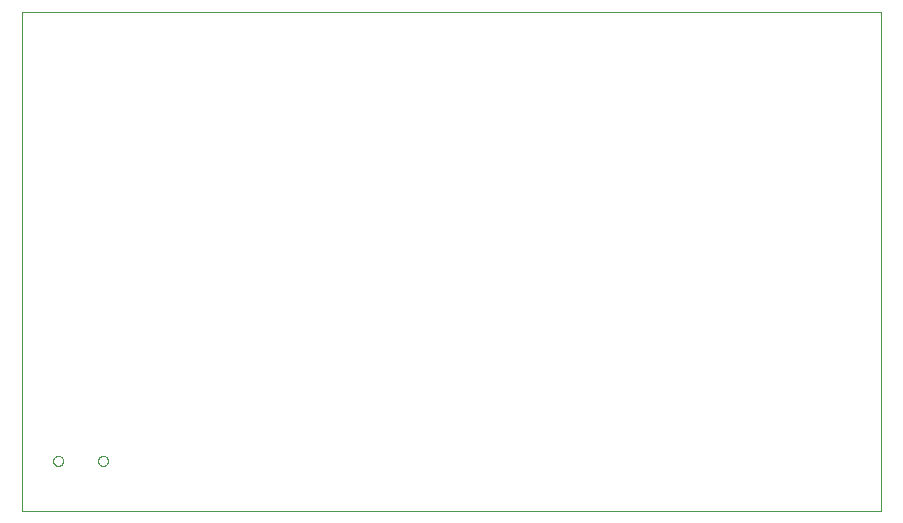
<source format=gbo>
G75*
%MOIN*%
%OFA0B0*%
%FSLAX25Y25*%
%IPPOS*%
%LPD*%
%AMOC8*
5,1,8,0,0,1.08239X$1,22.5*
%
%ADD10C,0.00000*%
D10*
X0036075Y0013472D02*
X0036075Y0179614D01*
X0322689Y0179614D01*
X0322689Y0013472D01*
X0036075Y0013472D01*
X0046607Y0030008D02*
X0046609Y0030089D01*
X0046615Y0030171D01*
X0046625Y0030252D01*
X0046639Y0030332D01*
X0046656Y0030411D01*
X0046678Y0030490D01*
X0046703Y0030567D01*
X0046732Y0030644D01*
X0046765Y0030718D01*
X0046802Y0030791D01*
X0046841Y0030862D01*
X0046885Y0030931D01*
X0046931Y0030998D01*
X0046981Y0031062D01*
X0047034Y0031124D01*
X0047090Y0031184D01*
X0047148Y0031240D01*
X0047210Y0031294D01*
X0047274Y0031345D01*
X0047340Y0031392D01*
X0047408Y0031436D01*
X0047479Y0031477D01*
X0047551Y0031514D01*
X0047626Y0031548D01*
X0047701Y0031578D01*
X0047779Y0031604D01*
X0047857Y0031627D01*
X0047936Y0031645D01*
X0048016Y0031660D01*
X0048097Y0031671D01*
X0048178Y0031678D01*
X0048260Y0031681D01*
X0048341Y0031680D01*
X0048422Y0031675D01*
X0048503Y0031666D01*
X0048584Y0031653D01*
X0048664Y0031636D01*
X0048742Y0031616D01*
X0048820Y0031591D01*
X0048897Y0031563D01*
X0048972Y0031531D01*
X0049045Y0031496D01*
X0049116Y0031457D01*
X0049186Y0031414D01*
X0049253Y0031369D01*
X0049319Y0031320D01*
X0049381Y0031268D01*
X0049441Y0031212D01*
X0049498Y0031154D01*
X0049553Y0031094D01*
X0049604Y0031030D01*
X0049652Y0030965D01*
X0049697Y0030897D01*
X0049739Y0030827D01*
X0049777Y0030755D01*
X0049812Y0030681D01*
X0049843Y0030606D01*
X0049870Y0030529D01*
X0049893Y0030451D01*
X0049913Y0030372D01*
X0049929Y0030292D01*
X0049941Y0030211D01*
X0049949Y0030130D01*
X0049953Y0030049D01*
X0049953Y0029967D01*
X0049949Y0029886D01*
X0049941Y0029805D01*
X0049929Y0029724D01*
X0049913Y0029644D01*
X0049893Y0029565D01*
X0049870Y0029487D01*
X0049843Y0029410D01*
X0049812Y0029335D01*
X0049777Y0029261D01*
X0049739Y0029189D01*
X0049697Y0029119D01*
X0049652Y0029051D01*
X0049604Y0028986D01*
X0049553Y0028922D01*
X0049498Y0028862D01*
X0049441Y0028804D01*
X0049381Y0028748D01*
X0049319Y0028696D01*
X0049253Y0028647D01*
X0049186Y0028602D01*
X0049117Y0028559D01*
X0049045Y0028520D01*
X0048972Y0028485D01*
X0048897Y0028453D01*
X0048820Y0028425D01*
X0048742Y0028400D01*
X0048664Y0028380D01*
X0048584Y0028363D01*
X0048503Y0028350D01*
X0048422Y0028341D01*
X0048341Y0028336D01*
X0048260Y0028335D01*
X0048178Y0028338D01*
X0048097Y0028345D01*
X0048016Y0028356D01*
X0047936Y0028371D01*
X0047857Y0028389D01*
X0047779Y0028412D01*
X0047701Y0028438D01*
X0047626Y0028468D01*
X0047551Y0028502D01*
X0047479Y0028539D01*
X0047408Y0028580D01*
X0047340Y0028624D01*
X0047274Y0028671D01*
X0047210Y0028722D01*
X0047148Y0028776D01*
X0047090Y0028832D01*
X0047034Y0028892D01*
X0046981Y0028954D01*
X0046931Y0029018D01*
X0046885Y0029085D01*
X0046841Y0029154D01*
X0046802Y0029225D01*
X0046765Y0029298D01*
X0046732Y0029372D01*
X0046703Y0029449D01*
X0046678Y0029526D01*
X0046656Y0029605D01*
X0046639Y0029684D01*
X0046625Y0029764D01*
X0046615Y0029845D01*
X0046609Y0029927D01*
X0046607Y0030008D01*
X0061568Y0030008D02*
X0061570Y0030089D01*
X0061576Y0030171D01*
X0061586Y0030252D01*
X0061600Y0030332D01*
X0061617Y0030411D01*
X0061639Y0030490D01*
X0061664Y0030567D01*
X0061693Y0030644D01*
X0061726Y0030718D01*
X0061763Y0030791D01*
X0061802Y0030862D01*
X0061846Y0030931D01*
X0061892Y0030998D01*
X0061942Y0031062D01*
X0061995Y0031124D01*
X0062051Y0031184D01*
X0062109Y0031240D01*
X0062171Y0031294D01*
X0062235Y0031345D01*
X0062301Y0031392D01*
X0062369Y0031436D01*
X0062440Y0031477D01*
X0062512Y0031514D01*
X0062587Y0031548D01*
X0062662Y0031578D01*
X0062740Y0031604D01*
X0062818Y0031627D01*
X0062897Y0031645D01*
X0062977Y0031660D01*
X0063058Y0031671D01*
X0063139Y0031678D01*
X0063221Y0031681D01*
X0063302Y0031680D01*
X0063383Y0031675D01*
X0063464Y0031666D01*
X0063545Y0031653D01*
X0063625Y0031636D01*
X0063703Y0031616D01*
X0063781Y0031591D01*
X0063858Y0031563D01*
X0063933Y0031531D01*
X0064006Y0031496D01*
X0064077Y0031457D01*
X0064147Y0031414D01*
X0064214Y0031369D01*
X0064280Y0031320D01*
X0064342Y0031268D01*
X0064402Y0031212D01*
X0064459Y0031154D01*
X0064514Y0031094D01*
X0064565Y0031030D01*
X0064613Y0030965D01*
X0064658Y0030897D01*
X0064700Y0030827D01*
X0064738Y0030755D01*
X0064773Y0030681D01*
X0064804Y0030606D01*
X0064831Y0030529D01*
X0064854Y0030451D01*
X0064874Y0030372D01*
X0064890Y0030292D01*
X0064902Y0030211D01*
X0064910Y0030130D01*
X0064914Y0030049D01*
X0064914Y0029967D01*
X0064910Y0029886D01*
X0064902Y0029805D01*
X0064890Y0029724D01*
X0064874Y0029644D01*
X0064854Y0029565D01*
X0064831Y0029487D01*
X0064804Y0029410D01*
X0064773Y0029335D01*
X0064738Y0029261D01*
X0064700Y0029189D01*
X0064658Y0029119D01*
X0064613Y0029051D01*
X0064565Y0028986D01*
X0064514Y0028922D01*
X0064459Y0028862D01*
X0064402Y0028804D01*
X0064342Y0028748D01*
X0064280Y0028696D01*
X0064214Y0028647D01*
X0064147Y0028602D01*
X0064078Y0028559D01*
X0064006Y0028520D01*
X0063933Y0028485D01*
X0063858Y0028453D01*
X0063781Y0028425D01*
X0063703Y0028400D01*
X0063625Y0028380D01*
X0063545Y0028363D01*
X0063464Y0028350D01*
X0063383Y0028341D01*
X0063302Y0028336D01*
X0063221Y0028335D01*
X0063139Y0028338D01*
X0063058Y0028345D01*
X0062977Y0028356D01*
X0062897Y0028371D01*
X0062818Y0028389D01*
X0062740Y0028412D01*
X0062662Y0028438D01*
X0062587Y0028468D01*
X0062512Y0028502D01*
X0062440Y0028539D01*
X0062369Y0028580D01*
X0062301Y0028624D01*
X0062235Y0028671D01*
X0062171Y0028722D01*
X0062109Y0028776D01*
X0062051Y0028832D01*
X0061995Y0028892D01*
X0061942Y0028954D01*
X0061892Y0029018D01*
X0061846Y0029085D01*
X0061802Y0029154D01*
X0061763Y0029225D01*
X0061726Y0029298D01*
X0061693Y0029372D01*
X0061664Y0029449D01*
X0061639Y0029526D01*
X0061617Y0029605D01*
X0061600Y0029684D01*
X0061586Y0029764D01*
X0061576Y0029845D01*
X0061570Y0029927D01*
X0061568Y0030008D01*
M02*

</source>
